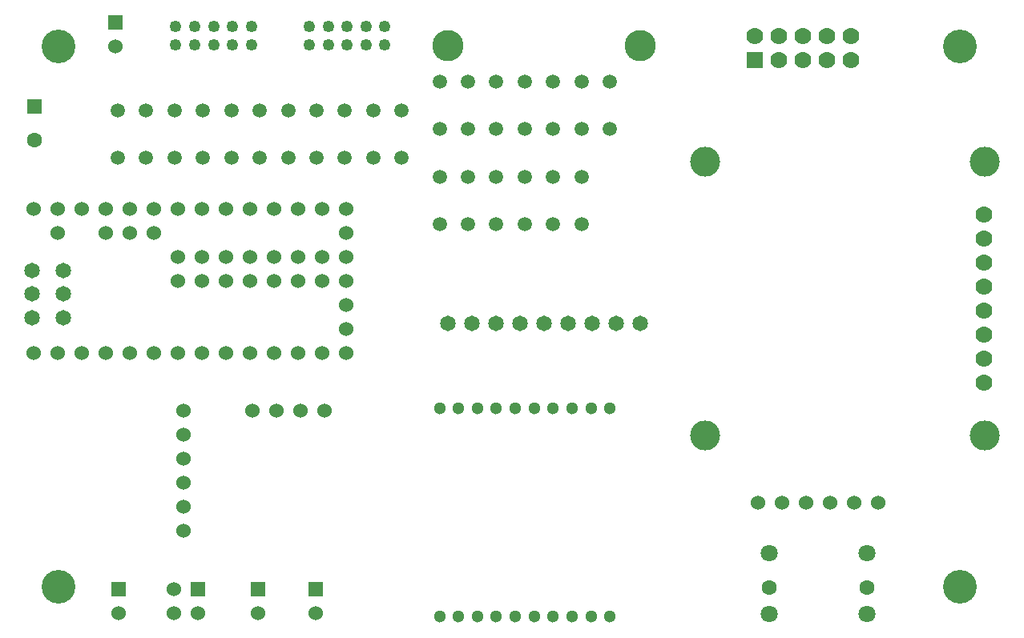
<source format=gts>
G04 (created by PCBNEW (2013-jul-07)-stable) date Wed 25 Feb 2015 12:47:53 PM PST*
%MOIN*%
G04 Gerber Fmt 3.4, Leading zero omitted, Abs format*
%FSLAX34Y34*%
G01*
G70*
G90*
G04 APERTURE LIST*
%ADD10C,0.00590551*%
%ADD11C,0.0511811*%
%ADD12C,0.06*%
%ADD13R,0.06X0.06*%
%ADD14C,0.0629921*%
%ADD15C,0.0708661*%
%ADD16C,0.065*%
%ADD17C,0.13*%
%ADD18C,0.07*%
%ADD19C,0.125*%
%ADD20R,0.063X0.063*%
%ADD21C,0.063*%
%ADD22C,0.14*%
%ADD23R,0.07X0.07*%
%ADD24C,0.0492126*%
%ADD25C,0.0590551*%
G04 APERTURE END LIST*
G54D10*
G54D11*
X35433Y-27559D03*
X34645Y-27559D03*
X33858Y-27559D03*
X33070Y-27559D03*
X32283Y-27559D03*
X31496Y-27559D03*
X30708Y-27559D03*
X29921Y-27559D03*
X29133Y-27559D03*
X28346Y-27559D03*
X28346Y-36220D03*
X29133Y-36220D03*
X29921Y-36220D03*
X30708Y-36220D03*
X31496Y-36220D03*
X32283Y-36220D03*
X33070Y-36220D03*
X33858Y-36220D03*
X34645Y-36220D03*
X35433Y-36220D03*
G54D12*
X41594Y-31496D03*
X42594Y-31496D03*
X43594Y-31496D03*
X44594Y-31496D03*
X45594Y-31496D03*
X46594Y-31496D03*
X20550Y-27650D03*
X21550Y-27650D03*
X22550Y-27650D03*
X23550Y-27650D03*
G54D13*
X18300Y-35100D03*
G54D12*
X18300Y-36100D03*
X17300Y-35100D03*
X17300Y-36100D03*
G54D13*
X23200Y-35100D03*
G54D12*
X23200Y-36100D03*
G54D13*
X14850Y-11500D03*
G54D12*
X14850Y-12500D03*
G54D13*
X20800Y-35100D03*
G54D12*
X20800Y-36100D03*
X17700Y-27650D03*
X17700Y-28650D03*
X17700Y-29650D03*
X17700Y-30650D03*
X17700Y-31650D03*
X17700Y-32650D03*
G54D14*
X42066Y-35039D03*
X46122Y-35039D03*
G54D15*
X42066Y-33582D03*
X42070Y-36141D03*
X46122Y-33582D03*
X46122Y-36141D03*
G54D16*
X12700Y-23780D03*
X12700Y-22800D03*
X12700Y-21820D03*
X11400Y-21820D03*
X11400Y-22800D03*
X11400Y-23780D03*
X28677Y-24015D03*
X29677Y-24015D03*
X30677Y-24015D03*
X31677Y-24015D03*
X32677Y-24015D03*
X33677Y-24015D03*
X34677Y-24015D03*
X35677Y-24015D03*
G54D17*
X28677Y-12455D03*
X36677Y-12455D03*
G54D16*
X36677Y-24015D03*
G54D18*
X51000Y-19500D03*
X51000Y-20500D03*
X51000Y-21500D03*
X51000Y-22500D03*
X51000Y-23500D03*
X51000Y-24500D03*
X51000Y-25500D03*
X51000Y-26500D03*
G54D19*
X51030Y-17290D03*
X51030Y-28710D03*
X39410Y-17290D03*
X39410Y-28710D03*
G54D20*
X11500Y-15011D03*
G54D21*
X11500Y-16389D03*
G54D22*
X50000Y-35000D03*
X50000Y-12500D03*
X12500Y-35000D03*
X12500Y-12500D03*
G54D13*
X15000Y-35100D03*
G54D12*
X15000Y-36100D03*
G54D23*
X41450Y-13050D03*
G54D18*
X41450Y-12050D03*
X42450Y-13050D03*
X42450Y-12050D03*
X43450Y-13050D03*
X43450Y-12050D03*
X44450Y-13050D03*
X44450Y-12050D03*
X45450Y-13050D03*
X45450Y-12050D03*
G54D12*
X11450Y-25250D03*
X12450Y-25250D03*
X13450Y-25250D03*
X14450Y-25250D03*
X15450Y-25250D03*
X16450Y-25250D03*
X17450Y-25250D03*
X18450Y-25250D03*
X19450Y-25250D03*
X20450Y-25250D03*
X21450Y-25250D03*
X22450Y-25250D03*
X23450Y-25250D03*
X24450Y-25250D03*
X24450Y-24250D03*
X24450Y-23250D03*
X24450Y-22250D03*
X24450Y-21250D03*
X24450Y-20250D03*
X24450Y-19250D03*
X23450Y-19250D03*
X22450Y-19250D03*
X21450Y-19250D03*
X20450Y-19250D03*
X19450Y-19250D03*
X18450Y-19250D03*
X17450Y-19250D03*
X16450Y-19250D03*
X15450Y-19250D03*
X14450Y-19250D03*
X13450Y-19250D03*
X12450Y-19250D03*
X11450Y-19250D03*
X17450Y-22250D03*
X18450Y-22250D03*
X19450Y-22250D03*
X20450Y-22250D03*
X21450Y-22250D03*
X22450Y-22250D03*
X23450Y-22250D03*
X23450Y-21250D03*
X22450Y-21250D03*
X21450Y-21250D03*
X20450Y-21250D03*
X19450Y-21250D03*
X18450Y-21250D03*
X17450Y-21250D03*
X16450Y-20250D03*
X15450Y-20250D03*
X14450Y-20250D03*
X12450Y-20250D03*
G54D24*
X17375Y-12443D03*
X17375Y-11656D03*
X18162Y-12443D03*
X18162Y-11656D03*
X18950Y-12443D03*
X18950Y-11656D03*
X19737Y-12443D03*
X19737Y-11656D03*
X20524Y-12443D03*
X20524Y-11656D03*
X22925Y-12443D03*
X22925Y-11656D03*
X23712Y-12443D03*
X23712Y-11656D03*
X24500Y-12443D03*
X24500Y-11656D03*
X25287Y-12443D03*
X25287Y-11656D03*
X26074Y-12443D03*
X26074Y-11656D03*
G54D25*
X16141Y-15157D03*
X16141Y-17125D03*
X17322Y-15157D03*
X17322Y-17125D03*
X18503Y-15157D03*
X18503Y-17125D03*
X19685Y-15157D03*
X19685Y-17125D03*
X20866Y-15157D03*
X20866Y-17125D03*
X22047Y-15157D03*
X22047Y-17125D03*
X23228Y-15157D03*
X23228Y-17125D03*
X24409Y-15157D03*
X24409Y-17125D03*
X25590Y-15157D03*
X25590Y-17125D03*
X26771Y-15157D03*
X26771Y-17125D03*
X28346Y-13976D03*
X28346Y-15944D03*
X14960Y-15157D03*
X14960Y-17125D03*
X30708Y-13976D03*
X30708Y-15944D03*
X31889Y-13976D03*
X31889Y-15944D03*
X33070Y-13976D03*
X33070Y-15944D03*
X34251Y-13976D03*
X34251Y-15944D03*
X35433Y-13976D03*
X35433Y-15944D03*
X28346Y-17913D03*
X28346Y-19881D03*
X29527Y-17913D03*
X29527Y-19881D03*
X30708Y-17913D03*
X30708Y-19881D03*
X31889Y-17913D03*
X31889Y-19881D03*
X33070Y-17913D03*
X33070Y-19881D03*
X34251Y-17913D03*
X34251Y-19881D03*
X29527Y-13976D03*
X29527Y-15944D03*
M02*

</source>
